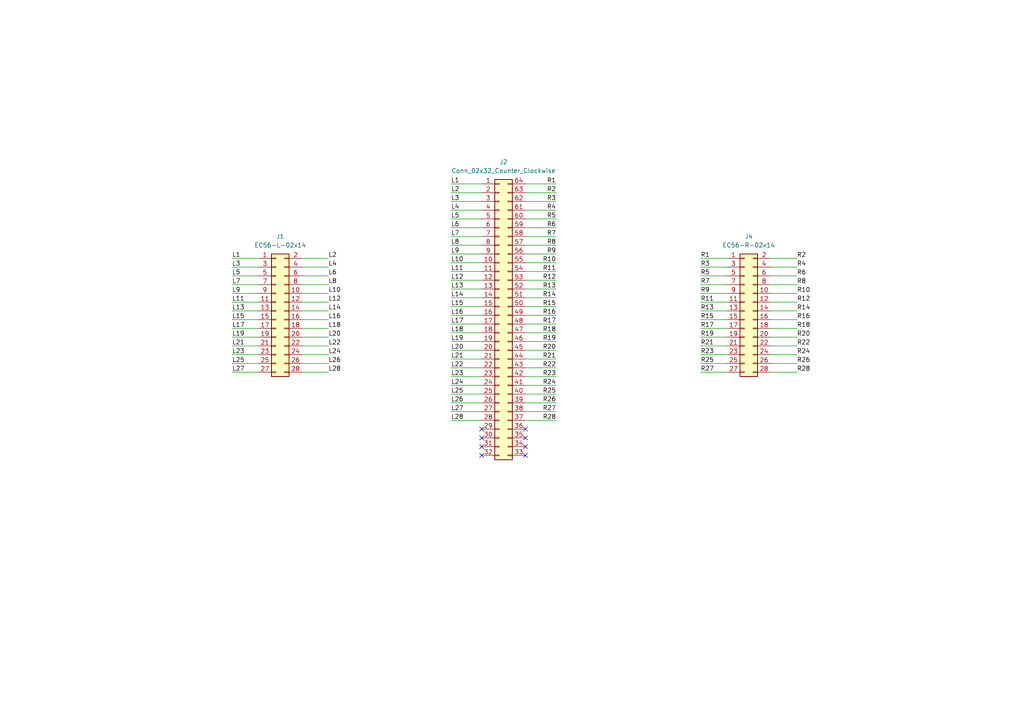
<source format=kicad_sch>
(kicad_sch (version 20211123) (generator eeschema)
  (paper "A4")
  (lib_symbols
    (symbol "Connector_Generic:Conn_02x14_Odd_Even" (pin_names (offset 1.016) hide)
      (property "Reference" "J" (at 1.27 17.78 0))
      (property "Value" "Conn_02x14_Odd_Even" (at 1.27 -20.32 0))
      (symbol "Conn_02x14_Odd_Even_1_1"
        (rectangle (start -1.27 -17.653) (end 0 -17.907) (stroke (width 0.1524)))
        (rectangle (start -1.27 -15.113) (end 0 -15.367) (stroke (width 0.1524)))
        (rectangle (start -1.27 -12.573) (end 0 -12.827) (stroke (width 0.1524)))
        (rectangle (start -1.27 -10.033) (end 0 -10.287) (stroke (width 0.1524)))
        (rectangle (start -1.27 -7.493) (end 0 -7.747) (stroke (width 0.1524)))
        (rectangle (start -1.27 -4.953) (end 0 -5.207) (stroke (width 0.1524)))
        (rectangle (start -1.27 -2.413) (end 0 -2.667) (stroke (width 0.1524)))
        (rectangle (start -1.27 0.127) (end 0 -0.127) (stroke (width 0.1524)))
        (rectangle (start -1.27 2.667) (end 0 2.413) (stroke (width 0.1524)))
        (rectangle (start -1.27 5.207) (end 0 4.953) (stroke (width 0.1524)))
        (rectangle (start -1.27 7.747) (end 0 7.493) (stroke (width 0.1524)))
        (rectangle (start -1.27 10.287) (end 0 10.033) (stroke (width 0.1524)))
        (rectangle (start -1.27 12.827) (end 0 12.573) (stroke (width 0.1524)))
        (rectangle (start -1.27 15.367) (end 0 15.113) (stroke (width 0.1524)))
        (rectangle (start -1.27 16.51) (end 3.81 -19.05) (stroke (width 0.254)) (fill (type background)))
        (rectangle (start 3.81 -17.653) (end 2.54 -17.907) (stroke (width 0.1524)))
        (rectangle (start 3.81 -15.113) (end 2.54 -15.367) (stroke (width 0.1524)))
        (rectangle (start 3.81 -12.573) (end 2.54 -12.827) (stroke (width 0.1524)))
        (rectangle (start 3.81 -10.033) (end 2.54 -10.287) (stroke (width 0.1524)))
        (rectangle (start 3.81 -7.493) (end 2.54 -7.747) (stroke (width 0.1524)))
        (rectangle (start 3.81 -4.953) (end 2.54 -5.207) (stroke (width 0.1524)))
        (rectangle (start 3.81 -2.413) (end 2.54 -2.667) (stroke (width 0.1524)))
        (rectangle (start 3.81 0.127) (end 2.54 -0.127) (stroke (width 0.1524)))
        (rectangle (start 3.81 2.667) (end 2.54 2.413) (stroke (width 0.1524)))
        (rectangle (start 3.81 5.207) (end 2.54 4.953) (stroke (width 0.1524)))
        (rectangle (start 3.81 7.747) (end 2.54 7.493) (stroke (width 0.1524)))
        (rectangle (start 3.81 10.287) (end 2.54 10.033) (stroke (width 0.1524)))
        (rectangle (start 3.81 12.827) (end 2.54 12.573) (stroke (width 0.1524)))
        (rectangle (start 3.81 15.367) (end 2.54 15.113) (stroke (width 0.1524)))
        (pin passive line (at -5.08 15.24 0) (length 3.81) (name "Pin_1") (number "1"))
        (pin passive line (at 7.62 5.08 180) (length 3.81) (name "Pin_10") (number "10"))
        (pin passive line (at -5.08 2.54 0) (length 3.81) (name "Pin_11") (number "11"))
        (pin passive line (at 7.62 2.54 180) (length 3.81) (name "Pin_12") (number "12"))
        (pin passive line (at -5.08 0 0) (length 3.81) (name "Pin_13") (number "13"))
        (pin passive line (at 7.62 0 180) (length 3.81) (name "Pin_14") (number "14"))
        (pin passive line (at -5.08 -2.54 0) (length 3.81) (name "Pin_15") (number "15"))
        (pin passive line (at 7.62 -2.54 180) (length 3.81) (name "Pin_16") (number "16"))
        (pin passive line (at -5.08 -5.08 0) (length 3.81) (name "Pin_17") (number "17"))
        (pin passive line (at 7.62 -5.08 180) (length 3.81) (name "Pin_18") (number "18"))
        (pin passive line (at -5.08 -7.62 0) (length 3.81) (name "Pin_19") (number "19"))
        (pin passive line (at 7.62 15.24 180) (length 3.81) (name "Pin_2") (number "2"))
        (pin passive line (at 7.62 -7.62 180) (length 3.81) (name "Pin_20") (number "20"))
        (pin passive line (at -5.08 -10.16 0) (length 3.81) (name "Pin_21") (number "21"))
        (pin passive line (at 7.62 -10.16 180) (length 3.81) (name "Pin_22") (number "22"))
        (pin passive line (at -5.08 -12.7 0) (length 3.81) (name "Pin_23") (number "23"))
        (pin passive line (at 7.62 -12.7 180) (length 3.81) (name "Pin_24") (number "24"))
        (pin passive line (at -5.08 -15.24 0) (length 3.81) (name "Pin_25") (number "25"))
        (pin passive line (at 7.62 -15.24 180) (length 3.81) (name "Pin_26") (number "26"))
        (pin passive line (at -5.08 -17.78 0) (length 3.81) (name "Pin_27") (number "27"))
        (pin passive line (at 7.62 -17.78 180) (length 3.81) (name "Pin_28") (number "28"))
        (pin passive line (at -5.08 12.7 0) (length 3.81) (name "Pin_3") (number "3"))
        (pin passive line (at 7.62 12.7 180) (length 3.81) (name "Pin_4") (number "4"))
        (pin passive line (at -5.08 10.16 0) (length 3.81) (name "Pin_5") (number "5"))
        (pin passive line (at 7.62 10.16 180) (length 3.81) (name "Pin_6") (number "6"))
        (pin passive line (at -5.08 7.62 0) (length 3.81) (name "Pin_7") (number "7"))
        (pin passive line (at 7.62 7.62 180) (length 3.81) (name "Pin_8") (number "8"))
        (pin passive line (at -5.08 5.08 0) (length 3.81) (name "Pin_9") (number "9"))
      )
    )
    (symbol "Connector_Generic:Conn_02x32_Counter_Clockwise" (pin_names (offset 1.016) hide)
      (property "Reference" "J" (at 1.27 40.64 0))
      (property "Value" "Conn_02x32_Counter_Clockwise" (at 1.27 -43.18 0))
      (symbol "Conn_02x32_Counter_Clockwise_1_1"
        (rectangle (start -1.27 -40.513) (end 0 -40.767) (stroke (width 0.1524)))
        (rectangle (start -1.27 -37.973) (end 0 -38.227) (stroke (width 0.1524)))
        (rectangle (start -1.27 -35.433) (end 0 -35.687) (stroke (width 0.1524)))
        (rectangle (start -1.27 -32.893) (end 0 -33.147) (stroke (width 0.1524)))
        (rectangle (start -1.27 -30.353) (end 0 -30.607) (stroke (width 0.1524)))
        (rectangle (start -1.27 -27.813) (end 0 -28.067) (stroke (width 0.1524)))
        (rectangle (start -1.27 -25.273) (end 0 -25.527) (stroke (width 0.1524)))
        (rectangle (start -1.27 -22.733) (end 0 -22.987) (stroke (width 0.1524)))
        (rectangle (start -1.27 -20.193) (end 0 -20.447) (stroke (width 0.1524)))
        (rectangle (start -1.27 -17.653) (end 0 -17.907) (stroke (width 0.1524)))
        (rectangle (start -1.27 -15.113) (end 0 -15.367) (stroke (width 0.1524)))
        (rectangle (start -1.27 -12.573) (end 0 -12.827) (stroke (width 0.1524)))
        (rectangle (start -1.27 -10.033) (end 0 -10.287) (stroke (width 0.1524)))
        (rectangle (start -1.27 -7.493) (end 0 -7.747) (stroke (width 0.1524)))
        (rectangle (start -1.27 -4.953) (end 0 -5.207) (stroke (width 0.1524)))
        (rectangle (start -1.27 -2.413) (end 0 -2.667) (stroke (width 0.1524)))
        (rectangle (start -1.27 0.127) (end 0 -0.127) (stroke (width 0.1524)))
        (rectangle (start -1.27 2.667) (end 0 2.413) (stroke (width 0.1524)))
        (rectangle (start -1.27 5.207) (end 0 4.953) (stroke (width 0.1524)))
        (rectangle (start -1.27 7.747) (end 0 7.493) (stroke (width 0.1524)))
        (rectangle (start -1.27 10.287) (end 0 10.033) (stroke (width 0.1524)))
        (rectangle (start -1.27 12.827) (end 0 12.573) (stroke (width 0.1524)))
        (rectangle (start -1.27 15.367) (end 0 15.113) (stroke (width 0.1524)))
        (rectangle (start -1.27 17.907) (end 0 17.653) (stroke (width 0.1524)))
        (rectangle (start -1.27 20.447) (end 0 20.193) (stroke (width 0.1524)))
        (rectangle (start -1.27 22.987) (end 0 22.733) (stroke (width 0.1524)))
        (rectangle (start -1.27 25.527) (end 0 25.273) (stroke (width 0.1524)))
        (rectangle (start -1.27 28.067) (end 0 27.813) (stroke (width 0.1524)))
        (rectangle (start -1.27 30.607) (end 0 30.353) (stroke (width 0.1524)))
        (rectangle (start -1.27 33.147) (end 0 32.893) (stroke (width 0.1524)))
        (rectangle (start -1.27 35.687) (end 0 35.433) (stroke (width 0.1524)))
        (rectangle (start -1.27 38.227) (end 0 37.973) (stroke (width 0.1524)))
        (rectangle (start -1.27 39.37) (end 3.81 -41.91) (stroke (width 0.254)) (fill (type background)))
        (rectangle (start 3.81 -40.513) (end 2.54 -40.767) (stroke (width 0.1524)))
        (rectangle (start 3.81 -37.973) (end 2.54 -38.227) (stroke (width 0.1524)))
        (rectangle (start 3.81 -35.433) (end 2.54 -35.687) (stroke (width 0.1524)))
        (rectangle (start 3.81 -32.893) (end 2.54 -33.147) (stroke (width 0.1524)))
        (rectangle (start 3.81 -30.353) (end 2.54 -30.607) (stroke (width 0.1524)))
        (rectangle (start 3.81 -27.813) (end 2.54 -28.067) (stroke (width 0.1524)))
        (rectangle (start 3.81 -25.273) (end 2.54 -25.527) (stroke (width 0.1524)))
        (rectangle (start 3.81 -22.733) (end 2.54 -22.987) (stroke (width 0.1524)))
        (rectangle (start 3.81 -20.193) (end 2.54 -20.447) (stroke (width 0.1524)))
        (rectangle (start 3.81 -17.653) (end 2.54 -17.907) (stroke (width 0.1524)))
        (rectangle (start 3.81 -15.113) (end 2.54 -15.367) (stroke (width 0.1524)))
        (rectangle (start 3.81 -12.573) (end 2.54 -12.827) (stroke (width 0.1524)))
        (rectangle (start 3.81 -10.033) (end 2.54 -10.287) (stroke (width 0.1524)))
        (rectangle (start 3.81 -7.493) (end 2.54 -7.747) (stroke (width 0.1524)))
        (rectangle (start 3.81 -4.953) (end 2.54 -5.207) (stroke (width 0.1524)))
        (rectangle (start 3.81 -2.413) (end 2.54 -2.667) (stroke (width 0.1524)))
        (rectangle (start 3.81 0.127) (end 2.54 -0.127) (stroke (width 0.1524)))
        (rectangle (start 3.81 2.667) (end 2.54 2.413) (stroke (width 0.1524)))
        (rectangle (start 3.81 5.207) (end 2.54 4.953) (stroke (width 0.1524)))
        (rectangle (start 3.81 7.747) (end 2.54 7.493) (stroke (width 0.1524)))
        (rectangle (start 3.81 10.287) (end 2.54 10.033) (stroke (width 0.1524)))
        (rectangle (start 3.81 12.827) (end 2.54 12.573) (stroke (width 0.1524)))
        (rectangle (start 3.81 15.367) (end 2.54 15.113) (stroke (width 0.1524)))
        (rectangle (start 3.81 17.907) (end 2.54 17.653) (stroke (width 0.1524)))
        (rectangle (start 3.81 20.447) (end 2.54 20.193) (stroke (width 0.1524)))
        (rectangle (start 3.81 22.987) (end 2.54 22.733) (stroke (width 0.1524)))
        (rectangle (start 3.81 25.527) (end 2.54 25.273) (stroke (width 0.1524)))
        (rectangle (start 3.81 28.067) (end 2.54 27.813) (stroke (width 0.1524)))
        (rectangle (start 3.81 30.607) (end 2.54 30.353) (stroke (width 0.1524)))
        (rectangle (start 3.81 33.147) (end 2.54 32.893) (stroke (width 0.1524)))
        (rectangle (start 3.81 35.687) (end 2.54 35.433) (stroke (width 0.1524)))
        (rectangle (start 3.81 38.227) (end 2.54 37.973) (stroke (width 0.1524)))
        (pin passive line (at -5.08 38.1 0) (length 3.81) (name "Pin_1") (number "1"))
        (pin passive line (at -5.08 15.24 0) (length 3.81) (name "Pin_10") (number "10"))
        (pin passive line (at -5.08 12.7 0) (length 3.81) (name "Pin_11") (number "11"))
        (pin passive line (at -5.08 10.16 0) (length 3.81) (name "Pin_12") (number "12"))
        (pin passive line (at -5.08 7.62 0) (length 3.81) (name "Pin_13") (number "13"))
        (pin passive line (at -5.08 5.08 0) (length 3.81) (name "Pin_14") (number "14"))
        (pin passive line (at -5.08 2.54 0) (length 3.81) (name "Pin_15") (number "15"))
        (pin passive line (at -5.08 0 0) (length 3.81) (name "Pin_16") (number "16"))
        (pin passive line (at -5.08 -2.54 0) (length 3.81) (name "Pin_17") (number "17"))
        (pin passive line (at -5.08 -5.08 0) (length 3.81) (name "Pin_18") (number "18"))
        (pin passive line (at -5.08 -7.62 0) (length 3.81) (name "Pin_19") (number "19"))
        (pin passive line (at -5.08 35.56 0) (length 3.81) (name "Pin_2") (number "2"))
        (pin passive line (at -5.08 -10.16 0) (length 3.81) (name "Pin_20") (number "20"))
        (pin passive line (at -5.08 -12.7 0) (length 3.81) (name "Pin_21") (number "21"))
        (pin passive line (at -5.08 -15.24 0) (length 3.81) (name "Pin_22") (number "22"))
        (pin passive line (at -5.08 -17.78 0) (length 3.81) (name "Pin_23") (number "23"))
        (pin passive line (at -5.08 -20.32 0) (length 3.81) (name "Pin_24") (number "24"))
        (pin passive line (at -5.08 -22.86 0) (length 3.81) (name "Pin_25") (number "25"))
        (pin passive line (at -5.08 -25.4 0) (length 3.81) (name "Pin_26") (number "26"))
        (pin passive line (at -5.08 -27.94 0) (length 3.81) (name "Pin_27") (number "27"))
        (pin passive line (at -5.08 -30.48 0) (length 3.81) (name "Pin_28") (number "28"))
        (pin passive line (at -5.08 -33.02 0) (length 3.81) (name "Pin_29") (number "29"))
        (pin passive line (at -5.08 33.02 0) (length 3.81) (name "Pin_3") (number "3"))
        (pin passive line (at -5.08 -35.56 0) (length 3.81) (name "Pin_30") (number "30"))
        (pin passive line (at -5.08 -38.1 0) (length 3.81) (name "Pin_31") (number "31"))
        (pin passive line (at -5.08 -40.64 0) (length 3.81) (name "Pin_32") (number "32"))
        (pin passive line (at 7.62 -40.64 180) (length 3.81) (name "Pin_33") (number "33"))
        (pin passive line (at 7.62 -38.1 180) (length 3.81) (name "Pin_34") (number "34"))
        (pin passive line (at 7.62 -35.56 180) (length 3.81) (name "Pin_35") (number "35"))
        (pin passive line (at 7.62 -33.02 180) (length 3.81) (name "Pin_36") (number "36"))
        (pin passive line (at 7.62 -30.48 180) (length 3.81) (name "Pin_37") (number "37"))
        (pin passive line (at 7.62 -27.94 180) (length 3.81) (name "Pin_38") (number "38"))
        (pin passive line (at 7.62 -25.4 180) (length 3.81) (name "Pin_39") (number "39"))
        (pin passive line (at -5.08 30.48 0) (length 3.81) (name "Pin_4") (number "4"))
        (pin passive line (at 7.62 -22.86 180) (length 3.81) (name "Pin_40") (number "40"))
        (pin passive line (at 7.62 -20.32 180) (length 3.81) (name "Pin_41") (number "41"))
        (pin passive line (at 7.62 -17.78 180) (length 3.81) (name "Pin_42") (number "42"))
        (pin passive line (at 7.62 -15.24 180) (length 3.81) (name "Pin_43") (number "43"))
        (pin passive line (at 7.62 -12.7 180) (length 3.81) (name "Pin_44") (number "44"))
        (pin passive line (at 7.62 -10.16 180) (length 3.81) (name "Pin_45") (number "45"))
        (pin passive line (at 7.62 -7.62 180) (length 3.81) (name "Pin_46") (number "46"))
        (pin passive line (at 7.62 -5.08 180) (length 3.81) (name "Pin_47") (number "47"))
        (pin passive line (at 7.62 -2.54 180) (length 3.81) (name "Pin_48") (number "48"))
        (pin passive line (at 7.62 0 180) (length 3.81) (name "Pin_49") (number "49"))
        (pin passive line (at -5.08 27.94 0) (length 3.81) (name "Pin_5") (number "5"))
        (pin passive line (at 7.62 2.54 180) (length 3.81) (name "Pin_50") (number "50"))
        (pin passive line (at 7.62 5.08 180) (length 3.81) (name "Pin_51") (number "51"))
        (pin passive line (at 7.62 7.62 180) (length 3.81) (name "Pin_52") (number "52"))
        (pin passive line (at 7.62 10.16 180) (length 3.81) (name "Pin_53") (number "53"))
        (pin passive line (at 7.62 12.7 180) (length 3.81) (name "Pin_54") (number "54"))
        (pin passive line (at 7.62 15.24 180) (length 3.81) (name "Pin_55") (number "55"))
        (pin passive line (at 7.62 17.78 180) (length 3.81) (name "Pin_56") (number "56"))
        (pin passive line (at 7.62 20.32 180) (length 3.81) (name "Pin_57") (number "57"))
        (pin passive line (at 7.62 22.86 180) (length 3.81) (name "Pin_58") (number "58"))
        (pin passive line (at 7.62 25.4 180) (length 3.81) (name "Pin_59") (number "59"))
        (pin passive line (at -5.08 25.4 0) (length 3.81) (name "Pin_6") (number "6"))
        (pin passive line (at 7.62 27.94 180) (length 3.81) (name "Pin_60") (number "60"))
        (pin passive line (at 7.62 30.48 180) (length 3.81) (name "Pin_61") (number "61"))
        (pin passive line (at 7.62 33.02 180) (length 3.81) (name "Pin_62") (number "62"))
        (pin passive line (at 7.62 35.56 180) (length 3.81) (name "Pin_63") (number "63"))
        (pin passive line (at 7.62 38.1 180) (length 3.81) (name "Pin_64") (number "64"))
        (pin passive line (at -5.08 22.86 0) (length 3.81) (name "Pin_7") (number "7"))
        (pin passive line (at -5.08 20.32 0) (length 3.81) (name "Pin_8") (number "8"))
        (pin passive line (at -5.08 17.78 0) (length 3.81) (name "Pin_9") (number "9"))
      )
    )
  )
  (no_connect (at 152.4 129.54))
  (no_connect (at 152.4 124.46))
  (no_connect (at 152.4 132.08))
  (no_connect (at 139.7 124.46))
  (no_connect (at 139.7 132.08))
  (no_connect (at 139.7 127))
  (no_connect (at 139.7 129.54))
  (no_connect (at 152.4 127))
  (wire (pts (xy 161.29 58.42) (xy 152.4 58.42)))
  (wire (pts (xy 67.31 105.41) (xy 74.93 105.41)))
  (wire (pts (xy 223.52 74.93) (xy 231.14 74.93)))
  (wire (pts (xy 130.81 81.28) (xy 139.7 81.28)))
  (wire (pts (xy 203.2 95.25) (xy 210.82 95.25)))
  (wire (pts (xy 161.29 66.04) (xy 152.4 66.04)))
  (wire (pts (xy 130.81 76.2) (xy 139.7 76.2)))
  (wire (pts (xy 87.63 105.41) (xy 95.25 105.41)))
  (wire (pts (xy 152.4 78.74) (xy 161.29 78.74)))
  (wire (pts (xy 130.81 83.82) (xy 139.7 83.82)))
  (wire (pts (xy 203.2 92.71) (xy 210.82 92.71)))
  (wire (pts (xy 130.81 78.74) (xy 139.7 78.74)))
  (wire (pts (xy 161.29 53.34) (xy 152.4 53.34)))
  (wire (pts (xy 203.2 97.79) (xy 210.82 97.79)))
  (wire (pts (xy 161.29 114.3) (xy 152.4 114.3)))
  (wire (pts (xy 223.52 95.25) (xy 231.14 95.25)))
  (wire (pts (xy 223.52 107.95) (xy 231.14 107.95)))
  (wire (pts (xy 67.31 87.63) (xy 74.93 87.63)))
  (wire (pts (xy 223.52 105.41) (xy 231.14 105.41)))
  (wire (pts (xy 130.81 116.84) (xy 139.7 116.84)))
  (wire (pts (xy 67.31 77.47) (xy 74.93 77.47)))
  (wire (pts (xy 161.29 71.12) (xy 152.4 71.12)))
  (wire (pts (xy 161.29 109.22) (xy 152.4 109.22)))
  (wire (pts (xy 130.81 88.9) (xy 139.7 88.9)))
  (wire (pts (xy 87.63 82.55) (xy 95.25 82.55)))
  (wire (pts (xy 223.52 102.87) (xy 231.14 102.87)))
  (wire (pts (xy 130.81 93.98) (xy 139.7 93.98)))
  (wire (pts (xy 203.2 85.09) (xy 210.82 85.09)))
  (wire (pts (xy 152.4 76.2) (xy 161.29 76.2)))
  (wire (pts (xy 130.81 71.12) (xy 139.7 71.12)))
  (wire (pts (xy 223.52 92.71) (xy 231.14 92.71)))
  (wire (pts (xy 87.63 100.33) (xy 95.25 100.33)))
  (wire (pts (xy 161.29 68.58) (xy 152.4 68.58)))
  (wire (pts (xy 161.29 63.5) (xy 152.4 63.5)))
  (wire (pts (xy 130.81 60.96) (xy 139.7 60.96)))
  (wire (pts (xy 152.4 73.66) (xy 161.29 73.66)))
  (wire (pts (xy 130.81 114.3) (xy 139.7 114.3)))
  (wire (pts (xy 67.31 90.17) (xy 74.93 90.17)))
  (wire (pts (xy 161.29 55.88) (xy 152.4 55.88)))
  (wire (pts (xy 130.81 101.6) (xy 139.7 101.6)))
  (wire (pts (xy 203.2 74.93) (xy 210.82 74.93)))
  (wire (pts (xy 130.81 109.22) (xy 139.7 109.22)))
  (wire (pts (xy 203.2 77.47) (xy 210.82 77.47)))
  (wire (pts (xy 223.52 100.33) (xy 231.14 100.33)))
  (wire (pts (xy 203.2 102.87) (xy 210.82 102.87)))
  (wire (pts (xy 203.2 107.95) (xy 210.82 107.95)))
  (wire (pts (xy 161.29 101.6) (xy 152.4 101.6)))
  (wire (pts (xy 87.63 74.93) (xy 95.25 74.93)))
  (wire (pts (xy 130.81 63.5) (xy 139.7 63.5)))
  (wire (pts (xy 130.81 96.52) (xy 139.7 96.52)))
  (wire (pts (xy 67.31 107.95) (xy 74.93 107.95)))
  (wire (pts (xy 161.29 88.9) (xy 152.4 88.9)))
  (wire (pts (xy 130.81 68.58) (xy 139.7 68.58)))
  (wire (pts (xy 223.52 82.55) (xy 231.14 82.55)))
  (wire (pts (xy 130.81 106.68) (xy 139.7 106.68)))
  (wire (pts (xy 161.29 60.96) (xy 152.4 60.96)))
  (wire (pts (xy 130.81 58.42) (xy 139.7 58.42)))
  (wire (pts (xy 223.52 90.17) (xy 231.14 90.17)))
  (wire (pts (xy 223.52 80.01) (xy 231.14 80.01)))
  (wire (pts (xy 130.81 104.14) (xy 139.7 104.14)))
  (wire (pts (xy 130.81 73.66) (xy 139.7 73.66)))
  (wire (pts (xy 67.31 82.55) (xy 74.93 82.55)))
  (wire (pts (xy 161.29 96.52) (xy 152.4 96.52)))
  (wire (pts (xy 203.2 105.41) (xy 210.82 105.41)))
  (wire (pts (xy 161.29 121.92) (xy 152.4 121.92)))
  (wire (pts (xy 130.81 53.34) (xy 139.7 53.34)))
  (wire (pts (xy 223.52 87.63) (xy 231.14 87.63)))
  (wire (pts (xy 152.4 81.28) (xy 161.29 81.28)))
  (wire (pts (xy 161.29 111.76) (xy 152.4 111.76)))
  (wire (pts (xy 203.2 87.63) (xy 210.82 87.63)))
  (wire (pts (xy 223.52 77.47) (xy 231.14 77.47)))
  (wire (pts (xy 130.81 111.76) (xy 139.7 111.76)))
  (wire (pts (xy 67.31 80.01) (xy 74.93 80.01)))
  (wire (pts (xy 130.81 66.04) (xy 139.7 66.04)))
  (wire (pts (xy 87.63 85.09) (xy 95.25 85.09)))
  (wire (pts (xy 130.81 121.92) (xy 139.7 121.92)))
  (wire (pts (xy 223.52 85.09) (xy 231.14 85.09)))
  (wire (pts (xy 87.63 97.79) (xy 95.25 97.79)))
  (wire (pts (xy 67.31 97.79) (xy 74.93 97.79)))
  (wire (pts (xy 161.29 93.98) (xy 152.4 93.98)))
  (wire (pts (xy 67.31 100.33) (xy 74.93 100.33)))
  (wire (pts (xy 87.63 95.25) (xy 95.25 95.25)))
  (wire (pts (xy 203.2 82.55) (xy 210.82 82.55)))
  (wire (pts (xy 67.31 74.93) (xy 74.93 74.93)))
  (wire (pts (xy 67.31 85.09) (xy 74.93 85.09)))
  (wire (pts (xy 161.29 119.38) (xy 152.4 119.38)))
  (wire (pts (xy 87.63 90.17) (xy 95.25 90.17)))
  (wire (pts (xy 161.29 116.84) (xy 152.4 116.84)))
  (wire (pts (xy 161.29 106.68) (xy 152.4 106.68)))
  (wire (pts (xy 130.81 99.06) (xy 139.7 99.06)))
  (wire (pts (xy 203.2 90.17) (xy 210.82 90.17)))
  (wire (pts (xy 161.29 86.36) (xy 152.4 86.36)))
  (wire (pts (xy 87.63 107.95) (xy 95.25 107.95)))
  (wire (pts (xy 161.29 99.06) (xy 152.4 99.06)))
  (wire (pts (xy 203.2 80.01) (xy 210.82 80.01)))
  (wire (pts (xy 87.63 77.47) (xy 95.25 77.47)))
  (wire (pts (xy 87.63 87.63) (xy 95.25 87.63)))
  (wire (pts (xy 87.63 92.71) (xy 95.25 92.71)))
  (wire (pts (xy 87.63 102.87) (xy 95.25 102.87)))
  (wire (pts (xy 130.81 91.44) (xy 139.7 91.44)))
  (wire (pts (xy 161.29 104.14) (xy 152.4 104.14)))
  (wire (pts (xy 130.81 86.36) (xy 139.7 86.36)))
  (wire (pts (xy 67.31 92.71) (xy 74.93 92.71)))
  (wire (pts (xy 161.29 83.82) (xy 152.4 83.82)))
  (wire (pts (xy 130.81 55.88) (xy 139.7 55.88)))
  (wire (pts (xy 67.31 102.87) (xy 74.93 102.87)))
  (wire (pts (xy 67.31 95.25) (xy 74.93 95.25)))
  (wire (pts (xy 161.29 91.44) (xy 152.4 91.44)))
  (wire (pts (xy 87.63 80.01) (xy 95.25 80.01)))
  (wire (pts (xy 203.2 100.33) (xy 210.82 100.33)))
  (wire (pts (xy 223.52 97.79) (xy 231.14 97.79)))
  (wire (pts (xy 130.81 119.38) (xy 139.7 119.38)))
  (label "L18" (at 130.81 96.52 0))
  (label "R13" (at 203.2 90.17 0))
  (label "L11" (at 67.31 87.63 0))
  (label "L28" (at 95.25 107.95 0))
  (label "R14" (at 161.29 86.36 180))
  (label "L24" (at 130.81 111.76 0))
  (label "R19" (at 203.2 97.79 0))
  (label "R14" (at 231.14 90.17 0))
  (label "R4" (at 231.14 77.47 0))
  (label "R18" (at 231.14 95.25 0))
  (label "L3" (at 130.81 58.42 0))
  (label "L19" (at 130.81 99.06 0))
  (label "R7" (at 161.29 68.58 180))
  (label "R22" (at 161.29 106.68 180))
  (label "R15" (at 203.2 92.71 0))
  (label "R4" (at 161.29 60.96 180))
  (label "R25" (at 203.2 105.41 0))
  (label "R26" (at 231.14 105.41 0))
  (label "L27" (at 67.31 107.95 0))
  (label "L5" (at 130.81 63.5 0))
  (label "L26" (at 130.81 116.84 0))
  (label "R1" (at 203.2 74.93 0))
  (label "R17" (at 203.2 95.25 0))
  (label "R6" (at 161.29 66.04 180))
  (label "L22" (at 130.81 106.68 0))
  (label "R9" (at 161.29 73.66 180))
  (label "L11" (at 130.81 78.74 0))
  (label "R10" (at 231.14 85.09 0))
  (label "L25" (at 67.31 105.41 0))
  (label "R21" (at 203.2 100.33 0))
  (label "L3" (at 67.31 77.47 0))
  (label "R19" (at 161.29 99.06 180))
  (label "L12" (at 95.25 87.63 0))
  (label "R12" (at 231.14 87.63 0))
  (label "R25" (at 161.29 114.3 180))
  (label "R24" (at 231.14 102.87 0))
  (label "L5" (at 67.31 80.01 0))
  (label "L14" (at 95.25 90.17 0))
  (label "L2" (at 130.81 55.88 0))
  (label "R24" (at 161.29 111.76 180))
  (label "R28" (at 161.29 121.92 180))
  (label "L21" (at 67.31 100.33 0))
  (label "L10" (at 95.25 85.09 0))
  (label "R11" (at 203.2 87.63 0))
  (label "R27" (at 203.2 107.95 0))
  (label "L23" (at 130.81 109.22 0))
  (label "L25" (at 130.81 114.3 0))
  (label "L9" (at 130.81 73.66 0))
  (label "L6" (at 130.81 66.04 0))
  (label "R22" (at 231.14 100.33 0))
  (label "R12" (at 161.29 81.28 180))
  (label "L13" (at 67.31 90.17 0))
  (label "L20" (at 130.81 101.6 0))
  (label "R17" (at 161.29 93.98 180))
  (label "R28" (at 231.14 107.95 0))
  (label "R9" (at 203.2 85.09 0))
  (label "L12" (at 130.81 81.28 0))
  (label "R6" (at 231.14 80.01 0))
  (label "L10" (at 130.81 76.2 0))
  (label "L15" (at 130.81 88.9 0))
  (label "L1" (at 130.81 53.34 0))
  (label "R11" (at 161.29 78.74 180))
  (label "L28" (at 130.81 121.92 0))
  (label "R27" (at 161.29 119.38 180))
  (label "L6" (at 95.25 80.01 0))
  (label "L2" (at 95.25 74.93 0))
  (label "L8" (at 130.81 71.12 0))
  (label "L4" (at 130.81 60.96 0))
  (label "R23" (at 203.2 102.87 0))
  (label "L15" (at 67.31 92.71 0))
  (label "R2" (at 161.29 55.88 180))
  (label "L17" (at 67.31 95.25 0))
  (label "L19" (at 67.31 97.79 0))
  (label "R2" (at 231.14 74.93 0))
  (label "L9" (at 67.31 85.09 0))
  (label "R26" (at 161.29 116.84 180))
  (label "L26" (at 95.25 105.41 0))
  (label "L16" (at 95.25 92.71 0))
  (label "L18" (at 95.25 95.25 0))
  (label "R16" (at 161.29 91.44 180))
  (label "R3" (at 161.29 58.42 180))
  (label "R18" (at 161.29 96.52 180))
  (label "L27" (at 130.81 119.38 0))
  (label "L16" (at 130.81 91.44 0))
  (label "L8" (at 95.25 82.55 0))
  (label "L7" (at 67.31 82.55 0))
  (label "R23" (at 161.29 109.22 180))
  (label "R13" (at 161.29 83.82 180))
  (label "L1" (at 67.31 74.93 0))
  (label "L7" (at 130.81 68.58 0))
  (label "R7" (at 203.2 82.55 0))
  (label "R5" (at 161.29 63.5 180))
  (label "R10" (at 161.29 76.2 180))
  (label "L23" (at 67.31 102.87 0))
  (label "L22" (at 95.25 100.33 0))
  (label "L24" (at 95.25 102.87 0))
  (label "L20" (at 95.25 97.79 0))
  (label "R15" (at 161.29 88.9 180))
  (label "R21" (at 161.29 104.14 180))
  (label "R1" (at 161.29 53.34 180))
  (label "R16" (at 231.14 92.71 0))
  (label "L17" (at 130.81 93.98 0))
  (label "R20" (at 231.14 97.79 0))
  (label "R20" (at 161.29 101.6 180))
  (label "L21" (at 130.81 104.14 0))
  (label "R3" (at 203.2 77.47 0))
  (label "R8" (at 161.29 71.12 180))
  (label "L4" (at 95.25 77.47 0))
  (label "L14" (at 130.81 86.36 0))
  (label "R5" (at 203.2 80.01 0))
  (label "R8" (at 231.14 82.55 0))
  (label "L13" (at 130.81 83.82 0))
  (symbol (lib_id "Connector_Generic:Conn_02x14_Odd_Even") (at 80.01 90.17 0) (unit 1)
    (property "Reference" "J1" (at 81.28 68.58 0))
    (property "Value" "EC56-L-02x14" (at 81.28 71.12 0))
    (property "Footprint" "Connector_PinHeader_2.00mm:PinHeader_2x14_P2.00mm_Vertical" (effects hide))
  )
  (symbol (lib_id "Connector_Generic:Conn_02x14_Odd_Even") (at 215.9 90.17 0) (unit 1)
    (property "Reference" "J4" (at 217.17 68.58 0))
    (property "Value" "EC56-R-02x14" (at 217.17 71.12 0))
    (property "Footprint" "Connector_PinHeader_2.00mm:PinHeader_2x14_P2.00mm_Vertical" (effects hide))
  )
  (symbol (lib_id "Connector_Generic:Conn_02x32_Counter_Clockwise") (at 144.78 91.44 0) (unit 1)
    (property "Reference" "J2" (at 146.05 46.99 0))
    (property "Value" "Conn_02x32_Counter_Clockwise" (at 146.05 49.53 0))
    (property "Footprint" "Connector_Pin:DIP-64_750_ELL" (effects hide))
  )
)
</source>
